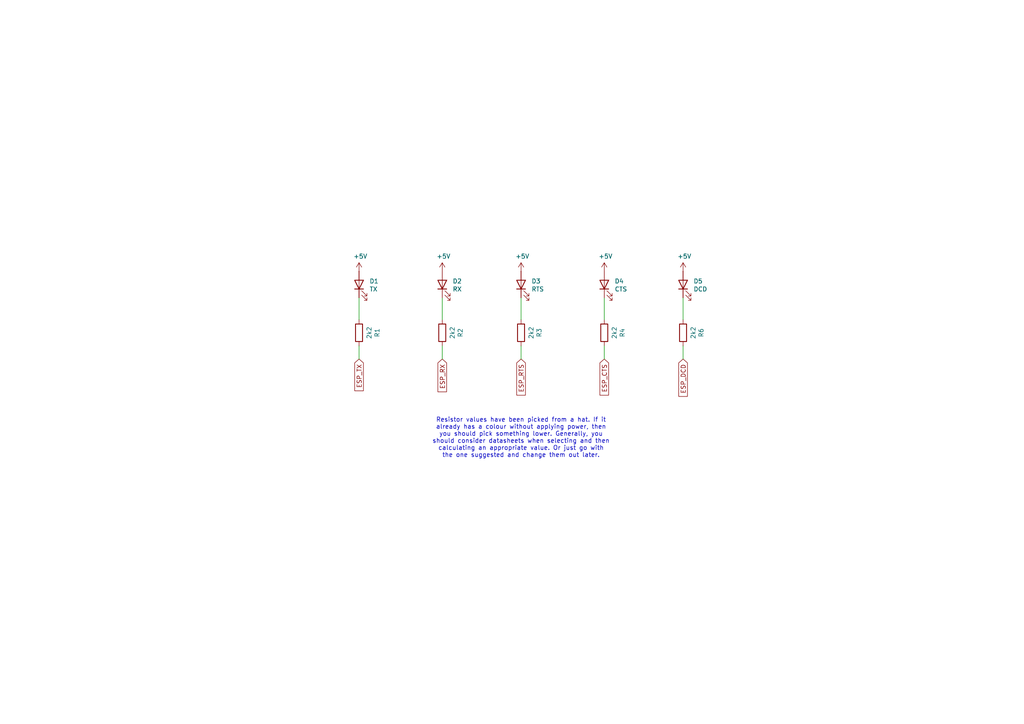
<source format=kicad_sch>
(kicad_sch (version 20231120) (generator "eeschema") (generator_version "8.0")
  (paper "A4")
  (title_block (title "BulkyModem-32 Mini (Front Panel)"))
  (lib_symbols
    (symbol "Device:LED" (pin_numbers hide) (pin_names (offset 1.016) hide)
      (property "Reference" "D" (at 0 2.54 0))
      (property "Value" "LED" (at 0 -2.54 0))
      (symbol "LED_0_1"
        (polyline (pts (xy -1.27 -1.27) (xy -1.27 1.27)) (stroke (width 0.254)))
        (polyline (pts (xy -1.27 0) (xy 1.27 0)))
        (polyline (pts (xy 1.27 -1.27) (xy 1.27 1.27) (xy -1.27 0) (xy 1.27 -1.27)) (stroke (width 0.254)))
        (polyline (pts (xy -3.048 -0.762) (xy -4.572 -2.286) (xy -3.81 -2.286) (xy -4.572 -2.286) (xy -4.572 -1.524)))
        (polyline (pts (xy -1.778 -0.762) (xy -3.302 -2.286) (xy -2.54 -2.286) (xy -3.302 -2.286) (xy -3.302 -1.524)))
      )
      (symbol "LED_1_1"
        (pin passive line (at -3.81 0 0) (length 2.54) (name "K") (number "1"))
        (pin passive line (at 3.81 0 180) (length 2.54) (name "A") (number "2"))
      )
    )
    (symbol "Device:R" (pin_numbers hide) (pin_names (offset 0))
      (property "Reference" "R" (at 2.032 0 90))
      (property "Value" "R" (at 0 0 90))
      (symbol "R_0_1"
        (rectangle (start -1.016 -2.54) (end 1.016 2.54) (stroke (width 0.254)))
      )
      (symbol "R_1_1"
        (pin passive line (at 0 3.81 270) (length 1.27) (name "~") (number "1"))
        (pin passive line (at 0 -3.81 90) (length 1.27) (name "~") (number "2"))
      )
    )
    (symbol "power:+5V" (power) (pin_numbers hide) (pin_names (offset 0) hide)
      (property "Value" "+5V" (at 0 3.556 0))
      (symbol "+5V_0_1"
        (polyline (pts (xy -0.762 1.27) (xy 0 2.54)))
        (polyline (pts (xy 0 0) (xy 0 2.54)))
        (polyline (pts (xy 0 2.54) (xy 0.762 1.27)))
      )
      (symbol "+5V_1_1"
        (pin power_in line (at 0 0 90) (length 0) (name "~") (number "1"))
      )
    )
  )
  (wire (pts (xy 198.12 86.36) (xy 198.12 92.71)))
  (wire (pts (xy 151.13 100.33) (xy 151.13 104.14)))
  (wire (pts (xy 175.26 100.33) (xy 175.26 104.14)))
  (wire (pts (xy 128.27 86.36) (xy 128.27 92.71)))
  (wire (pts (xy 175.26 86.36) (xy 175.26 92.71)))
  (wire (pts (xy 104.14 100.33) (xy 104.14 104.14)))
  (wire (pts (xy 104.14 86.36) (xy 104.14 92.71)))
  (wire (pts (xy 128.27 100.33) (xy 128.27 104.14)))
  (wire (pts (xy 151.13 86.36) (xy 151.13 92.71)))
  (wire (pts (xy 198.12 100.33) (xy 198.12 104.14)))
  (text "Resistor values have been picked from a hat. If it\nalready has a colour without applying power, then\nyou should pick something lower. Generally, you\nshould consider datasheets when selecting and then\ncalculating an appropriate value. Or just go with\nthe one suggested and change them out later." (at 151.13 127 0) (effects (font (size 1.27 1.27))))
  (global_label "ESP_CTS" (shape input) (at 175.26 104.14 270) (property "Intersheetrefs" "${INTERSHEET_REFS}" (effects (hide yes))))
  (global_label "ESP_TX" (shape input) (at 104.14 104.14 270) (property "Intersheetrefs" "${INTERSHEET_REFS}" (effects (hide yes))))
  (global_label "ESP_RTS" (shape input) (at 151.13 104.14 270) (property "Intersheetrefs" "${INTERSHEET_REFS}" (effects (hide yes))))
  (global_label "ESP_DCD" (shape input) (at 198.12 104.14 270) (property "Intersheetrefs" "${INTERSHEET_REFS}" (effects (hide yes))))
  (global_label "ESP_RX" (shape input) (at 128.27 104.14 270) (property "Intersheetrefs" "${INTERSHEET_REFS}" (effects (hide yes))))
  (symbol (lib_id "Device:R") (at 128.27 96.52 180) (unit 1)
    (property "Reference" "R2" (at 133.5278 96.52 90))
    (property "Value" "2k2" (at 131.2164 96.52 90))
    (property "Footprint" "resistor:R_Axial_DIN0207_L6.3mm_D2.5mm_P10.16mm_Horizontal" (effects (hide yes)))
    (property "Description" "Resistor" (effects (hide yes)))
  )
  (symbol (lib_id "Device:LED") (at 198.12 82.55 90) (unit 1)
    (property "Reference" "D5" (at 201.1172 81.5594 90) (effects (justify right)))
    (property "Value" "DCD" (at 201.1172 83.8708 90) (effects (justify right)))
    (property "Footprint" "LED_THT:LED_D3.0mm" (effects (hide yes)))
    (property "Description" "Light emitting diode" (effects (hide yes)))
  )
  (symbol (lib_id "Device:R") (at 198.12 96.52 180) (unit 1)
    (property "Reference" "R6" (at 203.3778 96.52 90))
    (property "Value" "2k2" (at 201.0664 96.52 90))
    (property "Footprint" "resistor:R_Axial_DIN0207_L6.3mm_D2.5mm_P10.16mm_Horizontal" (effects (hide yes)))
    (property "Description" "Resistor" (effects (hide yes)))
  )
  (symbol (lib_id "power:+5V") (at 104.14 78.74 0) (unit 1)
    (property "Reference" "#PWR02" (effects (hide yes)))
    (property "Value" "+5V" (at 104.521 74.3458 0))
    (property "Description" "Power symbol creates a global label with name \"+5V\"" (effects (hide yes)))
  )
  (symbol (lib_id "power:+5V") (at 198.12 78.74 0) (unit 1)
    (property "Reference" "#PWR07" (effects (hide yes)))
    (property "Value" "+5V" (at 198.501 74.3458 0))
    (property "Description" "Power symbol creates a global label with name \"+5V\"" (effects (hide yes)))
  )
  (symbol (lib_id "Device:R") (at 151.13 96.52 180) (unit 1)
    (property "Reference" "R3" (at 156.3878 96.52 90))
    (property "Value" "2k2" (at 154.0764 96.52 90))
    (property "Footprint" "resistor:R_Axial_DIN0207_L6.3mm_D2.5mm_P10.16mm_Horizontal" (effects (hide yes)))
    (property "Description" "Resistor" (effects (hide yes)))
  )
  (symbol (lib_id "power:+5V") (at 151.13 78.74 0) (unit 1)
    (property "Reference" "#PWR05" (effects (hide yes)))
    (property "Value" "+5V" (at 151.511 74.3458 0))
    (property "Description" "Power symbol creates a global label with name \"+5V\"" (effects (hide yes)))
  )
  (symbol (lib_id "Device:LED") (at 104.14 82.55 90) (unit 1)
    (property "Reference" "D1" (at 107.1372 81.5594 90) (effects (justify right)))
    (property "Value" "TX" (at 107.1372 83.8708 90) (effects (justify right)))
    (property "Footprint" "LED_THT:LED_D3.0mm" (effects (hide yes)))
    (property "Description" "Light emitting diode" (effects (hide yes)))
  )
  (symbol (lib_id "Device:R") (at 104.14 96.52 180) (unit 1)
    (property "Reference" "R1" (at 109.3978 96.52 90))
    (property "Value" "2k2" (at 107.0864 96.52 90))
    (property "Footprint" "resistor:R_Axial_DIN0207_L6.3mm_D2.5mm_P10.16mm_Horizontal" (effects (hide yes)))
    (property "Description" "Resistor" (effects (hide yes)))
  )
  (symbol (lib_id "power:+5V") (at 175.26 78.74 0) (unit 1)
    (property "Reference" "#PWR06" (effects (hide yes)))
    (property "Value" "+5V" (at 175.641 74.3458 0))
    (property "Description" "Power symbol creates a global label with name \"+5V\"" (effects (hide yes)))
  )
  (symbol (lib_id "Device:LED") (at 128.27 82.55 90) (unit 1)
    (property "Reference" "D2" (at 131.2672 81.5594 90) (effects (justify right)))
    (property "Value" "RX" (at 131.2672 83.8708 90) (effects (justify right)))
    (property "Footprint" "LED_THT:LED_D3.0mm" (effects (hide yes)))
    (property "Description" "Light emitting diode" (effects (hide yes)))
  )
  (symbol (lib_id "Device:LED") (at 175.26 82.55 90) (unit 1)
    (property "Reference" "D4" (at 178.2572 81.5594 90) (effects (justify right)))
    (property "Value" "CTS" (at 178.2572 83.8708 90) (effects (justify right)))
    (property "Footprint" "LED_THT:LED_D3.0mm" (effects (hide yes)))
    (property "Description" "Light emitting diode" (effects (hide yes)))
  )
  (symbol (lib_id "Device:LED") (at 151.13 82.55 90) (unit 1)
    (property "Reference" "D3" (at 154.1272 81.5594 90) (effects (justify right)))
    (property "Value" "RTS" (at 154.1272 83.8708 90) (effects (justify right)))
    (property "Footprint" "LED_THT:LED_D3.0mm" (effects (hide yes)))
    (property "Description" "Light emitting diode" (effects (hide yes)))
  )
  (symbol (lib_id "power:+5V") (at 128.27 78.74 0) (unit 1)
    (property "Reference" "#PWR04" (effects (hide yes)))
    (property "Value" "+5V" (at 128.651 74.3458 0))
    (property "Description" "Power symbol creates a global label with name \"+5V\"" (effects (hide yes)))
  )
  (symbol (lib_id "Device:R") (at 175.26 96.52 180) (unit 1)
    (property "Reference" "R4" (at 180.5178 96.52 90))
    (property "Value" "2k2" (at 178.2064 96.52 90))
    (property "Footprint" "resistor:R_Axial_DIN0207_L6.3mm_D2.5mm_P10.16mm_Horizontal" (effects (hide yes)))
    (property "Description" "Resistor" (effects (hide yes)))
  )
)
</source>
